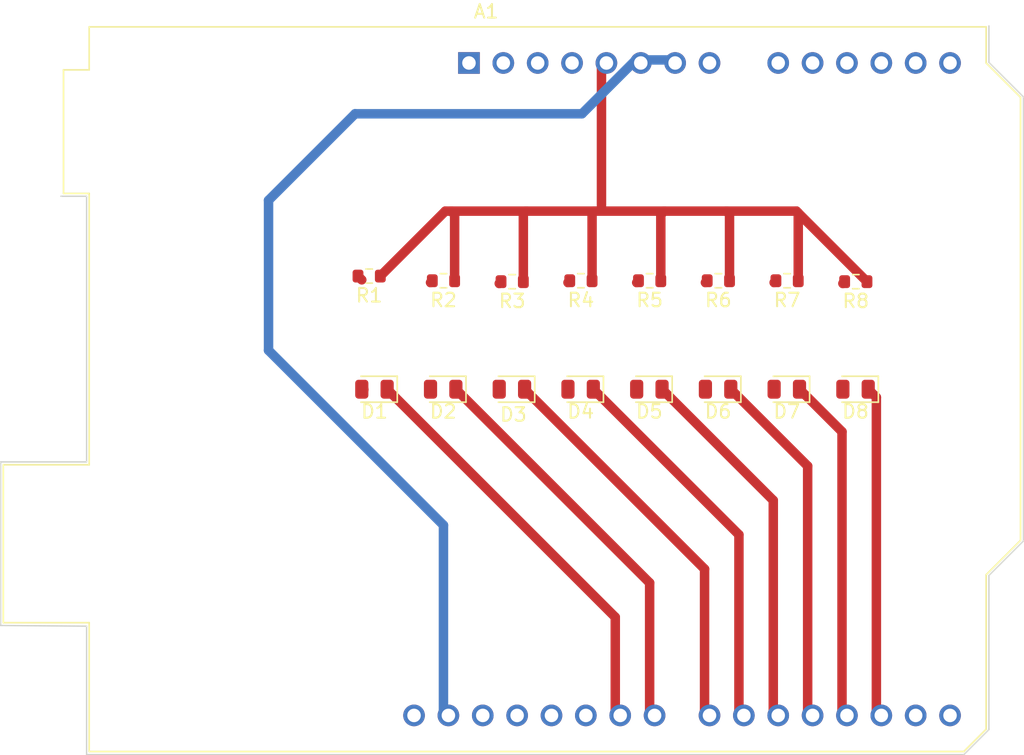
<source format=kicad_pcb>
(kicad_pcb (version 20221018) (generator pcbnew)
  (layers (0 "F.Cu" signal) (31 "B.Cu" signal) (34 "B.Paste" user) (35 "F.Paste" user) (36 "B.SilkS" user "B.Silkscreen") (37 "F.SilkS" user "F.Silkscreen") (38 "B.Mask" user) (39 "F.Mask" user) (44 "Edge.Cuts" user))
  (net 0 "")
  (net 5 "Net-(A1-+5V)")
  (net 6 "GND")
  (net 16 "Net-(A1-D2)")
  (net 17 "Net-(A1-D3)")
  (net 18 "Net-(A1-D4)")
  (net 19 "Net-(A1-D5)")
  (net 20 "Net-(A1-D6)")
  (net 21 "Net-(A1-D7)")
  (net 22 "Net-(A1-D8)")
  (net 23 "Net-(A1-D9)")
  (net 29 "Net-(D1-A)")
  (net 30 "Net-(D2-A)")
  (net 31 "Net-(D3-A)")
  (net 32 "Net-(D4-A)")
  (net 33 "Net-(D5-A)")
  (net 34 "Net-(D6-A)")
  (net 35 "Net-(D7-A)")
  (net 36 "Net-(D8-A)")
  (footprint "LED_SMD:LED_0805_2012Metric" (layer "F.Cu") (at 165.1 98.1225 180)
    (fp_text reference "D5" (at 0 -1.65) (layer "F.SilkS"))
    (fp_text value "LED")
    (fp_line (start -1.685 -0.96) (end -1.685 0.96) (stroke (width 0.12)) (layer "F.SilkS"))
    (fp_line (start -1.685 0.96) (end 1 0.96) (stroke (width 0.12)) (layer "F.SilkS"))
    (fp_line (start 1 -0.96) (end -1.685 -0.96) (stroke (width 0.12)) (layer "F.SilkS"))
    (pad "1" smd roundrect (at -0.9375 0 180) (size 0.975 1.4) (layers "F.Cu" "F.Paste" "F.Mask") (net 19 "Net-(A1-D5)"))
    (pad "2" smd roundrect (at 0.9375 0 180) (size 0.975 1.4) (layers "F.Cu" "F.Paste" "F.Mask") (net 33 "Net-(D5-A)"))
  )
  (footprint "Resistor_SMD:R_0603_1608Metric" (layer "F.Cu") (at 170.2 90.1 180)
    (fp_text reference "R6" (at 0 -1.43) (layer "F.SilkS"))
    (fp_text value "247R")
    (fp_line (start -0.237258 -0.5225) (end 0.237258 -0.5225) (stroke (width 0.12)) (layer "F.SilkS"))
    (fp_line (start -0.237258 0.5225) (end 0.237258 0.5225) (stroke (width 0.12)) (layer "F.SilkS"))
    (pad "1" smd roundrect (at -0.825 0 180) (size 0.8 0.95) (layers "F.Cu" "F.Paste" "F.Mask") (net 5 "Net-(A1-+5V)"))
    (pad "2" smd roundrect (at 0.825 0 180) (size 0.8 0.95) (layers "F.Cu" "F.Paste" "F.Mask") (net 34 "Net-(D6-A)"))
  )
  (footprint "LED_SMD:LED_0805_2012Metric" (layer "F.Cu") (at 144.78 98.1225 180)
    (fp_text reference "D1" (at 0 -1.65) (layer "F.SilkS"))
    (fp_text value "LED")
    (fp_line (start -1.685 -0.96) (end -1.685 0.96) (stroke (width 0.12)) (layer "F.SilkS"))
    (fp_line (start -1.685 0.96) (end 1 0.96) (stroke (width 0.12)) (layer "F.SilkS"))
    (fp_line (start 1 -0.96) (end -1.685 -0.96) (stroke (width 0.12)) (layer "F.SilkS"))
    (pad "1" smd roundrect (at -0.9375 0 180) (size 0.975 1.4) (layers "F.Cu" "F.Paste" "F.Mask") (net 23 "Net-(A1-D9)"))
    (pad "2" smd roundrect (at 0.9375 0 180) (size 0.975 1.4) (layers "F.Cu" "F.Paste" "F.Mask") (net 29 "Net-(D1-A)"))
  )
  (footprint "Resistor_SMD:R_0603_1608Metric" (layer "F.Cu") (at 175.28 90.1 180)
    (fp_text reference "R7" (at 0 -1.43) (layer "F.SilkS"))
    (fp_text value "247R")
    (fp_line (start -0.237258 -0.5225) (end 0.237258 -0.5225) (stroke (width 0.12)) (layer "F.SilkS"))
    (fp_line (start -0.237258 0.5225) (end 0.237258 0.5225) (stroke (width 0.12)) (layer "F.SilkS"))
    (pad "1" smd roundrect (at -0.825 0 180) (size 0.8 0.95) (layers "F.Cu" "F.Paste" "F.Mask") (net 5 "Net-(A1-+5V)"))
    (pad "2" smd roundrect (at 0.825 0 180) (size 0.8 0.95) (layers "F.Cu" "F.Paste" "F.Mask") (net 35 "Net-(D7-A)"))
  )
  (footprint "LED_SMD:LED_0805_2012Metric" (layer "F.Cu") (at 154.94 98.1225 180)
    (fp_text reference "D3" (at -0.11 -1.8775) (layer "F.SilkS"))
    (fp_text value "LED")
    (fp_line (start -1.685 -0.96) (end -1.685 0.96) (stroke (width 0.12)) (layer "F.SilkS"))
    (fp_line (start -1.685 0.96) (end 1 0.96) (stroke (width 0.12)) (layer "F.SilkS"))
    (fp_line (start 1 -0.96) (end -1.685 -0.96) (stroke (width 0.12)) (layer "F.SilkS"))
    (pad "1" smd roundrect (at -0.9375 0 180) (size 0.975 1.4) (layers "F.Cu" "F.Paste" "F.Mask") (net 21 "Net-(A1-D7)"))
    (pad "2" smd roundrect (at 0.9375 0 180) (size 0.975 1.4) (layers "F.Cu" "F.Paste" "F.Mask") (net 31 "Net-(D3-A)"))
  )
  (footprint "Resistor_SMD:R_0603_1608Metric" (layer "F.Cu") (at 149.88 90.1 180)
    (fp_text reference "R2" (at 0 -1.43) (layer "F.SilkS"))
    (fp_text value "247R")
    (fp_line (start -0.237258 -0.5225) (end 0.237258 -0.5225) (stroke (width 0.12)) (layer "F.SilkS"))
    (fp_line (start -0.237258 0.5225) (end 0.237258 0.5225) (stroke (width 0.12)) (layer "F.SilkS"))
    (pad "1" smd roundrect (at -0.825 0 180) (size 0.8 0.95) (layers "F.Cu" "F.Paste" "F.Mask") (net 5 "Net-(A1-+5V)"))
    (pad "2" smd roundrect (at 0.825 0 180) (size 0.8 0.95) (layers "F.Cu" "F.Paste" "F.Mask") (net 30 "Net-(D2-A)"))
  )
  (footprint "Resistor_SMD:R_0603_1608Metric" (layer "F.Cu") (at 180.36 90.1675 180)
    (fp_text reference "R8" (at 0 -1.43) (layer "F.SilkS"))
    (fp_text value "247R")
    (fp_line (start -0.237258 -0.5225) (end 0.237258 -0.5225) (stroke (width 0.12)) (layer "F.SilkS"))
    (fp_line (start -0.237258 0.5225) (end 0.237258 0.5225) (stroke (width 0.12)) (layer "F.SilkS"))
    (pad "1" smd roundrect (at -0.825 0 180) (size 0.8 0.95) (layers "F.Cu" "F.Paste" "F.Mask") (net 5 "Net-(A1-+5V)"))
    (pad "2" smd roundrect (at 0.825 0 180) (size 0.8 0.95) (layers "F.Cu" "F.Paste" "F.Mask") (net 36 "Net-(D8-A)"))
  )
  (footprint "Resistor_SMD:R_0603_1608Metric" (layer "F.Cu") (at 165.12 90.1 180)
    (fp_text reference "R5" (at 0 -1.43) (layer "F.SilkS"))
    (fp_text value "247R")
    (fp_line (start -0.237258 -0.5225) (end 0.237258 -0.5225) (stroke (width 0.12)) (layer "F.SilkS"))
    (fp_line (start -0.237258 0.5225) (end 0.237258 0.5225) (stroke (width 0.12)) (layer "F.SilkS"))
    (pad "1" smd roundrect (at -0.825 0 180) (size 0.8 0.95) (layers "F.Cu" "F.Paste" "F.Mask") (net 5 "Net-(A1-+5V)"))
    (pad "2" smd roundrect (at 0.825 0 180) (size 0.8 0.95) (layers "F.Cu" "F.Paste" "F.Mask") (net 33 "Net-(D5-A)"))
  )
  (footprint "LED_SMD:LED_0805_2012Metric" (layer "F.Cu") (at 170.18 98.1225 180)
    (fp_text reference "D6" (at 0 -1.65) (layer "F.SilkS"))
    (fp_text value "LED")
    (fp_line (start -1.685 -0.96) (end -1.685 0.96) (stroke (width 0.12)) (layer "F.SilkS"))
    (fp_line (start -1.685 0.96) (end 1 0.96) (stroke (width 0.12)) (layer "F.SilkS"))
    (fp_line (start 1 -0.96) (end -1.685 -0.96) (stroke (width 0.12)) (layer "F.SilkS"))
    (pad "1" smd roundrect (at -0.9375 0 180) (size 0.975 1.4) (layers "F.Cu" "F.Paste" "F.Mask") (net 18 "Net-(A1-D4)"))
    (pad "2" smd roundrect (at 0.9375 0 180) (size 0.975 1.4) (layers "F.Cu" "F.Paste" "F.Mask") (net 34 "Net-(D6-A)"))
  )
  (footprint "Resistor_SMD:R_0603_1608Metric" (layer "F.Cu") (at 160.04 90.1 180)
    (fp_text reference "R4" (at 0 -1.43) (layer "F.SilkS"))
    (fp_text value "247R")
    (fp_line (start -0.237258 -0.5225) (end 0.237258 -0.5225) (stroke (width 0.12)) (layer "F.SilkS"))
    (fp_line (start -0.237258 0.5225) (end 0.237258 0.5225) (stroke (width 0.12)) (layer "F.SilkS"))
    (pad "1" smd roundrect (at -0.825 0 180) (size 0.8 0.95) (layers "F.Cu" "F.Paste" "F.Mask") (net 5 "Net-(A1-+5V)"))
    (pad "2" smd roundrect (at 0.825 0 180) (size 0.8 0.95) (layers "F.Cu" "F.Paste" "F.Mask") (net 32 "Net-(D4-A)"))
  )
  (footprint "LED_SMD:LED_0805_2012Metric" (layer "F.Cu") (at 175.26 98.1225 180)
    (fp_text reference "D7" (at 0 -1.65) (layer "F.SilkS"))
    (fp_text value "LED")
    (fp_line (start -1.685 -0.96) (end -1.685 0.96) (stroke (width 0.12)) (layer "F.SilkS"))
    (fp_line (start -1.685 0.96) (end 1 0.96) (stroke (width 0.12)) (layer "F.SilkS"))
    (fp_line (start 1 -0.96) (end -1.685 -0.96) (stroke (width 0.12)) (layer "F.SilkS"))
    (pad "1" smd roundrect (at -0.9375 0 180) (size 0.975 1.4) (layers "F.Cu" "F.Paste" "F.Mask") (net 17 "Net-(A1-D3)"))
    (pad "2" smd roundrect (at 0.9375 0 180) (size 0.975 1.4) (layers "F.Cu" "F.Paste" "F.Mask") (net 35 "Net-(D7-A)"))
  )
  (footprint "LED_SMD:LED_0805_2012Metric" (layer "F.Cu") (at 160.02 98.1225 180)
    (fp_text reference "D4" (at 0 -1.65) (layer "F.SilkS"))
    (fp_text value "LED")
    (fp_line (start -1.685 -0.96) (end -1.685 0.96) (stroke (width 0.12)) (layer "F.SilkS"))
    (fp_line (start -1.685 0.96) (end 1 0.96) (stroke (width 0.12)) (layer "F.SilkS"))
    (fp_line (start 1 -0.96) (end -1.685 -0.96) (stroke (width 0.12)) (layer "F.SilkS"))
    (pad "1" smd roundrect (at -0.9375 0 180) (size 0.975 1.4) (layers "F.Cu" "F.Paste" "F.Mask") (net 20 "Net-(A1-D6)"))
    (pad "2" smd roundrect (at 0.9375 0 180) (size 0.975 1.4) (layers "F.Cu" "F.Paste" "F.Mask") (net 32 "Net-(D4-A)"))
  )
  (footprint "Resistor_SMD:R_0603_1608Metric" (layer "F.Cu") (at 144.3875 89.755 180)
    (fp_text reference "R1" (at 0 -1.43) (layer "F.SilkS"))
    (fp_text value "247R")
    (fp_line (start -0.237258 -0.5225) (end 0.237258 -0.5225) (stroke (width 0.12)) (layer "F.SilkS"))
    (fp_line (start -0.237258 0.5225) (end 0.237258 0.5225) (stroke (width 0.12)) (layer "F.SilkS"))
    (pad "1" smd roundrect (at -0.825 0 180) (size 0.8 0.95) (layers "F.Cu" "F.Paste" "F.Mask") (net 5 "Net-(A1-+5V)"))
    (pad "2" smd roundrect (at 0.825 0 180) (size 0.8 0.95) (layers "F.Cu" "F.Paste" "F.Mask") (net 29 "Net-(D1-A)"))
  )
  (footprint "LED_SMD:LED_0805_2012Metric" (layer "F.Cu") (at 149.86 98.1225 180)
    (fp_text reference "D2" (at 0 -1.65) (layer "F.SilkS"))
    (fp_text value "LED")
    (fp_line (start -1.685 -0.96) (end -1.685 0.96) (stroke (width 0.12)) (layer "F.SilkS"))
    (fp_line (start -1.685 0.96) (end 1 0.96) (stroke (width 0.12)) (layer "F.SilkS"))
    (fp_line (start 1 -0.96) (end -1.685 -0.96) (stroke (width 0.12)) (layer "F.SilkS"))
    (pad "1" smd roundrect (at -0.9375 0 180) (size 0.975 1.4) (layers "F.Cu" "F.Paste" "F.Mask") (net 22 "Net-(A1-D8)"))
    (pad "2" smd roundrect (at 0.9375 0 180) (size 0.975 1.4) (layers "F.Cu" "F.Paste" "F.Mask") (net 30 "Net-(D2-A)"))
  )
  (footprint "Resistor_SMD:R_0603_1608Metric" (layer "F.Cu") (at 154.96 90.1675 180)
    (fp_text reference "R3" (at 0 -1.43) (layer "F.SilkS"))
    (fp_text value "247R")
    (fp_line (start -0.237258 -0.5225) (end 0.237258 -0.5225) (stroke (width 0.12)) (layer "F.SilkS"))
    (fp_line (start -0.237258 0.5225) (end 0.237258 0.5225) (stroke (width 0.12)) (layer "F.SilkS"))
    (pad "1" smd roundrect (at -0.825 0 180) (size 0.8 0.95) (layers "F.Cu" "F.Paste" "F.Mask") (net 5 "Net-(A1-+5V)"))
    (pad "2" smd roundrect (at 0.825 0 180) (size 0.8 0.95) (layers "F.Cu" "F.Paste" "F.Mask") (net 31 "Net-(D3-A)"))
  )
  (footprint "Module:Arduino_UNO_R2" (layer "F.Cu") (at 151.765 73.9925)
    (fp_text reference "A1" (at 1.27 -3.81 180) (layer "F.SilkS"))
    (fp_text value "Arduino_UNO_R2" hide)
    (fp_line (start -34.42 29.72) (end -34.42 41.4) (stroke (width 0.12)) (layer "F.SilkS"))
    (fp_line (start -34.42 41.4) (end -28.07 41.4) (stroke (width 0.12)) (layer "F.SilkS"))
    (fp_line (start -29.97 0.51) (end -29.97 9.65) (stroke (width 0.12)) (layer "F.SilkS"))
    (fp_line (start -29.97 9.65) (end -28.07 9.65) (stroke (width 0.12)) (layer "F.SilkS"))
    (fp_line (start -28.07 -2.67) (end -28.07 0.51) (stroke (width 0.12)) (layer "F.SilkS"))
    (fp_line (start -28.07 0.51) (end -29.97 0.51) (stroke (width 0.12)) (layer "F.SilkS"))
    (fp_line (start -28.07 9.65) (end -28.07 29.72) (stroke (width 0.12)) (layer "F.SilkS"))
    (fp_line (start -28.07 29.72) (end -34.42 29.72) (stroke (width 0.12)) (layer "F.SilkS"))
    (fp_line (start -28.07 41.4) (end -28.07 50.93) (stroke (width 0.12)) (layer "F.SilkS"))
    (fp_line (start -28.07 50.93) (end 36.58 50.93) (stroke (width 0.12)) (layer "F.SilkS"))
    (fp_line (start 36.58 50.93) (end 38.23 49.28) (stroke (width 0.12)) (layer "F.SilkS"))
    (fp_line (start 38.23 -2.67) (end -28.07 -2.67) (stroke (width 0.12)) (layer "F.SilkS"))
    (fp_line (start 38.23 0) (end 38.23 -2.67) (stroke (width 0.12)) (layer "F.SilkS"))
    (fp_line (start 38.23 37.85) (end 40.77 35.31) (stroke (width 0.12)) (layer "F.SilkS"))
    (fp_line (start 38.23 49.28) (end 38.23 37.85) (stroke (width 0.12)) (layer "F.SilkS"))
    (fp_line (start 40.77 2.54) (end 38.23 0) (stroke (width 0.12)) (layer "F.SilkS"))
    (fp_line (start 40.77 35.31) (end 40.77 2.54) (stroke (width 0.12)) (layer "F.SilkS"))
    (pad "1" thru_hole rect (at 0 0 90) (size 1.6 1.6) (drill 1) (layers "*.Cu" "*.Mask"))
    (pad "2" thru_hole oval (at 2.54 0 90) (size 1.6 1.6) (drill 1) (layers "*.Cu" "*.Mask"))
    (pad "3" thru_hole oval (at 5.08 0 90) (size 1.6 1.6) (drill 1) (layers "*.Cu" "*.Mask"))
    (pad "4" thru_hole oval (at 7.62 0 90) (size 1.6 1.6) (drill 1) (layers "*.Cu" "*.Mask"))
    (pad "5" thru_hole oval (at 10.16 0 90) (size 1.6 1.6) (drill 1) (layers "*.Cu" "*.Mask") (net 5 "Net-(A1-+5V)"))
    (pad "6" thru_hole oval (at 12.7 0 90) (size 1.6 1.6) (drill 1) (layers "*.Cu" "*.Mask") (net 6 "GND"))
    (pad "7" thru_hole oval (at 15.24 0 90) (size 1.6 1.6) (drill 1) (layers "*.Cu" "*.Mask") (net 6 "GND"))
    (pad "8" thru_hole oval (at 17.78 0 90) (size 1.6 1.6) (drill 1) (layers "*.Cu" "*.Mask"))
    (pad "9" thru_hole oval (at 22.86 0 90) (size 1.6 1.6) (drill 1) (layers "*.Cu" "*.Mask"))
    (pad "10" thru_hole oval (at 25.4 0 90) (size 1.6 1.6) (drill 1) (layers "*.Cu" "*.Mask"))
    (pad "11" thru_hole oval (at 27.94 0 90) (size 1.6 1.6) (drill 1) (layers "*.Cu" "*.Mask"))
    (pad "12" thru_hole oval (at 30.48 0 90) (size 1.6 1.6) (drill 1) (layers "*.Cu" "*.Mask"))
    (pad "13" thru_hole oval (at 33.02 0 90) (size 1.6 1.6) (drill 1) (layers "*.Cu" "*.Mask"))
    (pad "14" thru_hole oval (at 35.56 0 90) (size 1.6 1.6) (drill 1) (layers "*.Cu" "*.Mask"))
    (pad "15" thru_hole oval (at 35.56 48.26 90) (size 1.6 1.6) (drill 1) (layers "*.Cu" "*.Mask"))
    (pad "16" thru_hole oval (at 33.02 48.26 90) (size 1.6 1.6) (drill 1) (layers "*.Cu" "*.Mask"))
    (pad "17" thru_hole oval (at 30.48 48.26 90) (size 1.6 1.6) (drill 1) (layers "*.Cu" "*.Mask") (net 16 "Net-(A1-D2)"))
    (pad "18" thru_hole oval (at 27.94 48.26 90) (size 1.6 1.6) (drill 1) (layers "*.Cu" "*.Mask") (net 17 "Net-(A1-D3)"))
    (pad "19" thru_hole oval (at 25.4 48.26 90) (size 1.6 1.6) (drill 1) (layers "*.Cu" "*.Mask") (net 18 "Net-(A1-D4)"))
    (pad "20" thru_hole oval (at 22.86 48.26 90) (size 1.6 1.6) (drill 1) (layers "*.Cu" "*.Mask") (net 19 "Net-(A1-D5)"))
    (pad "21" thru_hole oval (at 20.32 48.26 90) (size 1.6 1.6) (drill 1) (layers "*.Cu" "*.Mask") (net 20 "Net-(A1-D6)"))
    (pad "22" thru_hole oval (at 17.78 48.26 90) (size 1.6 1.6) (drill 1) (layers "*.Cu" "*.Mask") (net 21 "Net-(A1-D7)"))
    (pad "23" thru_hole oval (at 13.72 48.26 90) (size 1.6 1.6) (drill 1) (layers "*.Cu" "*.Mask") (net 22 "Net-(A1-D8)"))
    (pad "24" thru_hole oval (at 11.18 48.26 90) (size 1.6 1.6) (drill 1) (layers "*.Cu" "*.Mask") (net 23 "Net-(A1-D9)"))
    (pad "25" thru_hole oval (at 8.64 48.26 90) (size 1.6 1.6) (drill 1) (layers "*.Cu" "*.Mask"))
    (pad "26" thru_hole oval (at 6.1 48.26 90) (size 1.6 1.6) (drill 1) (layers "*.Cu" "*.Mask"))
    (pad "27" thru_hole oval (at 3.56 48.26 90) (size 1.6 1.6) (drill 1) (layers "*.Cu" "*.Mask"))
    (pad "28" thru_hole oval (at 1.02 48.26 90) (size 1.6 1.6) (drill 1) (layers "*.Cu" "*.Mask"))
    (pad "29" thru_hole oval (at -1.52 48.26 90) (size 1.6 1.6) (drill 1) (layers "*.Cu" "*.Mask") (net 6 "GND"))
    (pad "30" thru_hole oval (at -4.06 48.26 90) (size 1.6 1.6) (drill 1) (layers "*.Cu" "*.Mask"))
  )
  (footprint "LED_SMD:LED_0805_2012Metric" (layer "F.Cu") (at 180.34 98.1225 180)
    (fp_text reference "D8" (at 0 -1.65) (layer "F.SilkS"))
    (fp_text value "LED")
    (fp_line (start -1.685 -0.96) (end -1.685 0.96) (stroke (width 0.12)) (layer "F.SilkS"))
    (fp_line (start -1.685 0.96) (end 1 0.96) (stroke (width 0.12)) (layer "F.SilkS"))
    (fp_line (start 1 -0.96) (end -1.685 -0.96) (stroke (width 0.12)) (layer "F.SilkS"))
    (pad "1" smd roundrect (at -0.9375 0 180) (size 0.975 1.4) (layers "F.Cu" "F.Paste" "F.Mask") (net 16 "Net-(A1-D2)"))
    (pad "2" smd roundrect (at 0.9375 0 180) (size 0.975 1.4) (layers "F.Cu" "F.Paste" "F.Mask") (net 36 "Net-(D8-A)"))
  )
  (gr_line (start 117.15 103.55) (end 117.15 103.5) (stroke (width 0.1)) (layer "Edge.Cuts"))
  (gr_line (start 123.5 125.15) (end 123.5 115.65) (stroke (width 0.1)) (layer "Edge.Cuts"))
  (gr_line (start 190.2 71.25) (end 190.2 73.95) (stroke (width 0.1)) (layer "Edge.Cuts"))
  (gr_line (start 190.2 123.25) (end 190.2 123.3) (stroke (width 0.1)) (layer "Edge.Cuts"))
  (gr_line (start 192.75 109.35) (end 190.2 111.9) (stroke (width 0.1)) (layer "Edge.Cuts"))
  (gr_line (start 192.75 76.5) (end 192.75 109.35) (stroke (width 0.1)) (layer "Edge.Cuts"))
  (gr_line (start 190.2 73.95) (end 192.75 76.5) (stroke (width 0.1)) (layer "Edge.Cuts"))
  (gr_line (start 123.5 103.5) (end 123.5 83.85) (stroke (width 0.1)) (layer "Edge.Cuts"))
  (gr_line (start 117.15 103.5) (end 123.5 103.5) (stroke (width 0.1)) (layer "Edge.Cuts"))
  (gr_line (start 190.2 111.9) (end 190.2 123.25) (stroke (width 0.1)) (layer "Edge.Cuts"))
  (gr_line (start 123.5 115.65) (end 117.15 115.6) (stroke (width 0.1)) (layer "Edge.Cuts"))
  (gr_line (start 117.15 115.6) (end 117.15 103.55) (stroke (width 0.1)) (layer "Edge.Cuts"))
  (gr_line (start 123.5 83.85) (end 121.6 83.85) (stroke (width 0.1)) (layer "Edge.Cuts"))
  (gr_line (start 190.2 123.3) (end 188.35 125.15) (stroke (width 0.1)) (layer "Edge.Cuts"))
  (gr_line (start 188.35 125.15) (end 123.5 125.15) (stroke (width 0.1)) (layer "Edge.Cuts"))
  (segment (start 165.945 90.1) (end 165.945 85.205) (width 0.7) (layer "F.Cu") (net 5))
  (segment (start 160.865 85.135) (end 161.05 84.95) (width 0.7) (layer "F.Cu") (net 5))
  (segment (start 176.105 90.1) (end 176.105 85.0875) (width 0.7) (layer "F.Cu") (net 5))
  (segment (start 161.55 84.95) (end 166.2 84.95) (width 0.7) (layer "F.Cu") (net 5))
  (segment (start 166.2 84.95) (end 170.8 84.95) (width 0.7) (layer "F.Cu") (net 5))
  (segment (start 161.56 73.7675) (end 161.56 84.94) (width 0.7) (layer "F.Cu") (net 5))
  (segment (start 176.105 85.0875) (end 175.9675 84.95) (width 0.7) (layer "F.Cu") (net 5))
  (segment (start 150.45 84.95) (end 156 84.95) (width 0.7) (layer "F.Cu") (net 5))
  (segment (start 155.785 85.165) (end 156 84.95) (width 0.7) (layer "F.Cu") (net 5))
  (segment (start 150.705 90.1) (end 150.705 85.205) (width 0.7) (layer "F.Cu") (net 5))
  (segment (start 156 84.95) (end 161.05 84.95) (width 0.7) (layer "F.Cu") (net 5))
  (segment (start 145.2125 89.755) (end 150.0175 84.95) (width 0.7) (layer "F.Cu") (net 5))
  (segment (start 150.705 85.205) (end 150.45 84.95) (width 0.7) (layer "F.Cu") (net 5))
  (segment (start 165.945 85.205) (end 166.2 84.95) (width 0.7) (layer "F.Cu") (net 5))
  (segment (start 171.025 90.1) (end 171.025 85.175) (width 0.7) (layer "F.Cu") (net 5))
  (segment (start 150.0175 84.95) (end 150.45 84.95) (width 0.7) (layer "F.Cu") (net 5))
  (segment (start 160.865 90.1) (end 160.865 85.135) (width 0.7) (layer "F.Cu") (net 5))
  (segment (start 175.9675 84.95) (end 181.185 90.1675) (width 0.7) (layer "F.Cu") (net 5))
  (segment (start 161.56 84.94) (end 161.55 84.95) (width 0.7) (layer "F.Cu") (net 5))
  (segment (start 171.025 85.175) (end 170.8 84.95) (width 0.7) (layer "F.Cu") (net 5))
  (segment (start 170.8 84.95) (end 175.9675 84.95) (width 0.7) (layer "F.Cu") (net 5))
  (segment (start 155.785 90.1675) (end 155.785 85.165) (width 0.7) (layer "F.Cu") (net 5))
  (segment (start 161.05 84.95) (end 161.55 84.95) (width 0.7) (layer "F.Cu") (net 5))
  (segment (start 136.95 95.25) (end 136.95 84.15) (width 0.7) (layer "B.Cu") (net 6))
  (segment (start 164.1 73.7675) (end 166.64 73.7675) (width 0.7) (layer "B.Cu") (net 6))
  (segment (start 160.1175 77.75) (end 164.1 73.7675) (width 0.7) (layer "B.Cu") (net 6))
  (segment (start 149.88 108.18) (end 136.95 95.25) (width 0.7) (layer "B.Cu") (net 6))
  (segment (start 149.88 122.0275) (end 149.88 108.18) (width 0.7) (layer "B.Cu") (net 6))
  (segment (start 143.35 77.75) (end 160.1175 77.75) (width 0.7) (layer "B.Cu") (net 6))
  (segment (start 136.95 84.15) (end 143.35 77.75) (width 0.7) (layer "B.Cu") (net 6))
  (segment (start 181.88 98.725) (end 181.2775 98.1225) (width 0.7) (layer "F.Cu") (net 16))
  (segment (start 181.88 122.0275) (end 181.88 98.725) (width 0.7) (layer "F.Cu") (net 16))
  (segment (start 179.34 101.265) (end 176.1975 98.1225) (width 0.7) (layer "F.Cu") (net 17))
  (segment (start 179.34 122.0275) (end 179.34 101.265) (width 0.7) (layer "F.Cu") (net 17))
  (segment (start 176.8 122.0275) (end 176.8 103.805) (width 0.7) (layer "F.Cu") (net 18))
  (segment (start 176.8 103.805) (end 171.1175 98.1225) (width 0.7) (layer "F.Cu") (net 18))
  (segment (start 174.26 106.345) (end 166.0375 98.1225) (width 0.7) (layer "F.Cu") (net 19))
  (segment (start 174.26 122.0275) (end 174.26 106.345) (width 0.7) (layer "F.Cu") (net 19))
  (segment (start 171.72 122.0275) (end 171.72 108.885) (width 0.7) (layer "F.Cu") (net 20))
  (segment (start 171.72 108.885) (end 160.9575 98.1225) (width 0.7) (layer "F.Cu") (net 20))
  (segment (start 169.18 122.0275) (end 169.18 111.425) (width 0.7) (layer "F.Cu") (net 21))
  (segment (start 169.18 111.425) (end 155.8775 98.1225) (width 0.7) (layer "F.Cu") (net 21))
  (segment (start 165.12 122.0275) (end 165.12 112.445) (width 0.7) (layer "F.Cu") (net 22))
  (segment (start 165.12 112.445) (end 150.7975 98.1225) (width 0.7) (layer "F.Cu") (net 22))
  (segment (start 162.58 122.0275) (end 162.58 114.985) (width 0.7) (layer "F.Cu") (net 23))
  (segment (start 162.58 114.985) (end 145.7175 98.1225) (width 0.7) (layer "F.Cu") (net 23))
  (segment (start 143.8425 90.035) (end 143.5625 89.755) (width 0.7) (layer "F.Cu") (net 29))
  (segment (start 143.8425 98.1225) (end 143.9725 98.1225) (width 0.7) (layer "F.Cu") (net 29))
  (segment (start 143.9725 98.1225) (end 144 98.15) (width 0.7) (layer "F.Cu") (net 29))
  (segment (start 148.9225 90.2325) (end 149.055 90.1) (width 0.7) (layer "F.Cu") (net 30))
  (segment (start 154.0025 90.3) (end 154.135 90.1675) (width 0.7) (layer "F.Cu") (net 31))
  (segment (start 159.0825 90.2325) (end 159.215 90.1) (width 0.7) (layer "F.Cu") (net 32))
  (segment (start 164.1625 90.2325) (end 164.295 90.1) (width 0.7) (layer "F.Cu") (net 33))
  (segment (start 169.2425 90.2325) (end 169.375 90.1) (width 0.7) (layer "F.Cu") (net 34))
  (segment (start 174.3225 90.2325) (end 174.455 90.1) (width 0.7) (layer "F.Cu") (net 35))
  (segment (start 179.4025 90.3) (end 179.535 90.1675) (width 0.7) (layer "F.Cu") (net 36))
)
</source>
